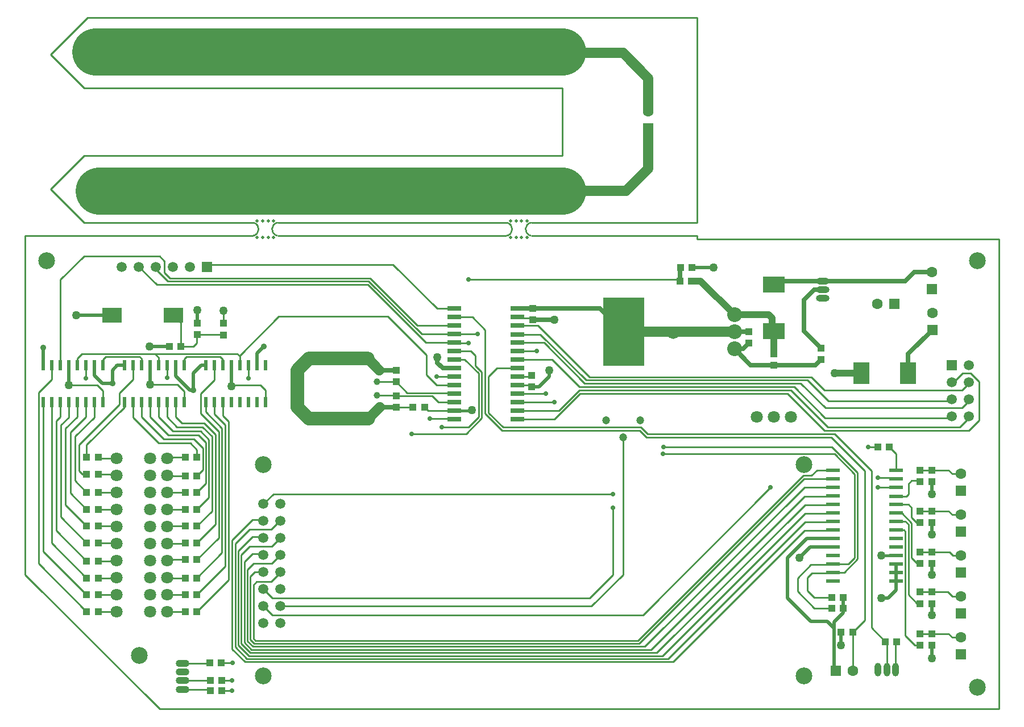
<source format=gtl>
%FSLAX25Y25*%
%MOIN*%
G70*
G01*
G75*
G04 Layer_Physical_Order=1*
G04 Layer_Color=255*
%ADD10R,0.03937X0.04331*%
%ADD11R,0.04331X0.03937*%
%ADD12R,0.11811X0.09055*%
%ADD13R,0.07874X0.02756*%
%ADD14R,0.09449X0.12992*%
%ADD15R,0.24016X0.40000*%
%ADD16R,0.12992X0.09449*%
%ADD17R,0.07874X0.02362*%
%ADD18R,0.02362X0.06102*%
%ADD19C,0.01000*%
%ADD20C,0.02756*%
%ADD21C,0.03937*%
%ADD22C,0.05906*%
%ADD23C,0.01969*%
%ADD24C,0.07874*%
%ADD25C,0.01575*%
%ADD26C,0.27559*%
%ADD27C,0.07087*%
%ADD28C,0.09843*%
%ADD29C,0.05906*%
%ADD30C,0.08661*%
%ADD31O,0.07874X0.03937*%
%ADD32O,0.07874X0.03937*%
%ADD33R,0.06299X0.06299*%
%ADD34C,0.06299*%
%ADD35R,0.06299X0.06299*%
%ADD36R,0.05906X0.05906*%
%ADD37C,0.04724*%
%ADD38C,0.01969*%
%ADD39R,0.05906X0.05906*%
%ADD40O,0.03937X0.07874*%
%ADD41O,0.07874X0.04331*%
%ADD42C,0.03937*%
%ADD43C,0.02756*%
%ADD44C,0.05000*%
%ADD45C,0.03543*%
%ADD46C,0.06693*%
D10*
X296850Y195669D02*
D03*
Y188976D02*
D03*
X297638Y228346D02*
D03*
Y235039D02*
D03*
X424213Y214567D02*
D03*
Y221260D02*
D03*
X466535Y211811D02*
D03*
Y205118D02*
D03*
X531496Y61811D02*
D03*
Y68504D02*
D03*
X531496Y37402D02*
D03*
Y44094D02*
D03*
X524409D02*
D03*
Y37402D02*
D03*
Y68504D02*
D03*
Y61811D02*
D03*
Y140157D02*
D03*
Y133465D02*
D03*
X531496Y133465D02*
D03*
Y140157D02*
D03*
Y109449D02*
D03*
Y116142D02*
D03*
X524409Y116142D02*
D03*
Y109449D02*
D03*
X531496Y85433D02*
D03*
Y92126D02*
D03*
X524409D02*
D03*
Y85433D02*
D03*
X217520Y176969D02*
D03*
Y183661D02*
D03*
X217520Y198622D02*
D03*
Y191929D02*
D03*
X438976Y201772D02*
D03*
Y208465D02*
D03*
X116142Y219488D02*
D03*
Y226181D02*
D03*
X100787Y219685D02*
D03*
Y226378D02*
D03*
D11*
X84646Y212598D02*
D03*
X91339D02*
D03*
X390748Y258858D02*
D03*
X384055D02*
D03*
X42717Y147638D02*
D03*
X36024D02*
D03*
X42717Y137795D02*
D03*
X36024D02*
D03*
X42717Y57087D02*
D03*
X36024D02*
D03*
X42717Y66929D02*
D03*
X36024D02*
D03*
X42717Y76772D02*
D03*
X36024D02*
D03*
X42717Y86614D02*
D03*
X36024D02*
D03*
X42717Y97441D02*
D03*
X36024D02*
D03*
X42717Y107283D02*
D03*
X36024D02*
D03*
X42717Y117126D02*
D03*
X36024D02*
D03*
X42717Y126969D02*
D03*
X36024D02*
D03*
X93898Y147638D02*
D03*
X100591D02*
D03*
X93898Y136811D02*
D03*
X100591D02*
D03*
X93898Y126969D02*
D03*
X100591D02*
D03*
X93898Y117126D02*
D03*
X100591D02*
D03*
X93898Y107283D02*
D03*
X100591D02*
D03*
X93898Y97441D02*
D03*
X100591D02*
D03*
X93898Y87598D02*
D03*
X100591D02*
D03*
X93898Y76772D02*
D03*
X100591D02*
D03*
X93898Y66929D02*
D03*
X100591D02*
D03*
X93898Y57087D02*
D03*
X100591D02*
D03*
X108661Y10630D02*
D03*
X115354D02*
D03*
X108661Y16535D02*
D03*
X115354D02*
D03*
X108268Y27165D02*
D03*
X114961D02*
D03*
X500000Y153543D02*
D03*
X506693D02*
D03*
X504331Y39370D02*
D03*
X511024D02*
D03*
X485039Y44882D02*
D03*
X478346D02*
D03*
X472835Y59055D02*
D03*
X479528D02*
D03*
X472835Y65354D02*
D03*
X479528D02*
D03*
X383858Y250984D02*
D03*
X390551D02*
D03*
X227362Y177165D02*
D03*
X234055D02*
D03*
D12*
X87008Y231102D02*
D03*
X50787D02*
D03*
D13*
X288583Y234921D02*
D03*
X251575D02*
D03*
Y169921D02*
D03*
Y189921D02*
D03*
Y219921D02*
D03*
Y214921D02*
D03*
Y204921D02*
D03*
Y179921D02*
D03*
Y184921D02*
D03*
Y194921D02*
D03*
Y209921D02*
D03*
Y199921D02*
D03*
Y224921D02*
D03*
Y174921D02*
D03*
Y229921D02*
D03*
X288583D02*
D03*
Y174921D02*
D03*
Y224921D02*
D03*
Y199921D02*
D03*
Y209921D02*
D03*
Y194921D02*
D03*
Y184921D02*
D03*
Y219646D02*
D03*
Y179921D02*
D03*
Y204921D02*
D03*
Y214921D02*
D03*
Y189921D02*
D03*
Y169921D02*
D03*
D14*
X490256Y196850D02*
D03*
X517618D02*
D03*
D15*
X350787Y221260D02*
D03*
D16*
X438976Y221555D02*
D03*
Y248917D02*
D03*
D17*
X510630Y75039D02*
D03*
Y95039D02*
D03*
Y120039D02*
D03*
Y110039D02*
D03*
Y85039D02*
D03*
Y124764D02*
D03*
Y90039D02*
D03*
Y100039D02*
D03*
Y115039D02*
D03*
Y105039D02*
D03*
Y130039D02*
D03*
Y80039D02*
D03*
Y135039D02*
D03*
X473622D02*
D03*
Y80039D02*
D03*
Y130039D02*
D03*
Y105039D02*
D03*
Y115039D02*
D03*
Y100039D02*
D03*
Y90039D02*
D03*
Y85039D02*
D03*
Y110039D02*
D03*
Y120039D02*
D03*
Y125039D02*
D03*
Y95039D02*
D03*
Y75039D02*
D03*
Y140039D02*
D03*
X510630D02*
D03*
D18*
X120728Y201575D02*
D03*
X125728D02*
D03*
X130728D02*
D03*
X135728D02*
D03*
X140728D02*
D03*
X115728D02*
D03*
X110728D02*
D03*
X105728D02*
D03*
Y179921D02*
D03*
X110728D02*
D03*
X115728D02*
D03*
X140728D02*
D03*
X135728D02*
D03*
X130728D02*
D03*
X125728D02*
D03*
X120728D02*
D03*
X73090Y201575D02*
D03*
X78091D02*
D03*
X83091D02*
D03*
X88090D02*
D03*
X93090D02*
D03*
X68090D02*
D03*
X63090D02*
D03*
X58091D02*
D03*
Y179921D02*
D03*
X63090D02*
D03*
X68090D02*
D03*
X93090D02*
D03*
X88090D02*
D03*
X83091D02*
D03*
X78091D02*
D03*
X73090D02*
D03*
X25453Y201575D02*
D03*
X30453D02*
D03*
X35453D02*
D03*
X40453D02*
D03*
X45453D02*
D03*
X20453D02*
D03*
X15453D02*
D03*
X10453D02*
D03*
Y179921D02*
D03*
X15453D02*
D03*
X20453D02*
D03*
X45453D02*
D03*
X40453D02*
D03*
X35453D02*
D03*
X30453D02*
D03*
X25453D02*
D03*
D19*
X43189Y147165D02*
X53543D01*
X42717Y137795D02*
X52913D01*
X42717Y126969D02*
X53347D01*
X42717Y117126D02*
X53504D01*
X42717Y107283D02*
X53425D01*
X42717Y97441D02*
X53268D01*
X42717Y86614D02*
X52992D01*
X42717Y76772D02*
X53150D01*
X42717Y66929D02*
X53386D01*
X42717Y57087D02*
X53543D01*
X83071D02*
X93898D01*
X83228Y66929D02*
X93898D01*
X83465Y76772D02*
X93898D01*
X83504Y87598D02*
X93898D01*
X83071Y97165D02*
X93622D01*
X83189Y107283D02*
X93898D01*
X83110Y117126D02*
X93898D01*
X83268Y126969D02*
X93898D01*
X83425Y136811D02*
X93898D01*
X83543Y147638D02*
X93898D01*
X15453Y193405D02*
Y201575D01*
X31496Y139764D02*
X33465Y137795D01*
X36024D01*
X63090Y193405D02*
Y201575D01*
X96850Y155905D02*
X100591Y152165D01*
Y147638D02*
Y152165D01*
X88090Y171358D02*
Y179921D01*
Y171358D02*
X91732Y167717D01*
X104724D01*
X83091Y171240D02*
Y179921D01*
Y171240D02*
X88976Y165354D01*
X103937D01*
X73090Y171398D02*
Y179921D01*
Y171398D02*
X83858Y160630D01*
X101575D01*
X68090Y171280D02*
Y179921D01*
Y171280D02*
X81102Y158268D01*
X98819D01*
X63090Y171161D02*
Y179921D01*
Y171161D02*
X78347Y155905D01*
X96850D01*
X78091Y171417D02*
Y179921D01*
Y171417D02*
X86516Y162992D01*
X102756D01*
X58091Y176988D02*
Y179921D01*
X36024Y147638D02*
Y154921D01*
X58091Y176988D01*
X10453Y92500D02*
X36024Y66929D01*
X10453Y92500D02*
Y179921D01*
X15453Y97342D02*
X36024Y76772D01*
X15453Y97342D02*
Y179921D01*
X29134Y133858D02*
X36024Y126969D01*
X26378Y126772D02*
X36024Y117126D01*
X23622Y119685D02*
X36024Y107283D01*
X20866Y112598D02*
X36024Y97441D01*
X18110Y104528D02*
X36024Y86614D01*
X18110Y104528D02*
Y168898D01*
X20453Y171240D01*
Y179921D01*
X20866Y112598D02*
Y166535D01*
X25453Y171122D01*
Y179921D01*
X23622Y119685D02*
Y164567D01*
X30453Y171398D01*
Y179921D01*
X26378Y126772D02*
Y162205D01*
X35453Y171280D01*
Y179921D01*
X29134Y133858D02*
Y159843D01*
X40453Y171161D01*
Y179921D01*
X31496Y139764D02*
Y155118D01*
X110728Y193012D02*
Y201575D01*
X105728Y174193D02*
Y179921D01*
X110728Y173130D02*
Y179921D01*
X115728Y172067D02*
Y179921D01*
X92126Y26772D02*
X107874D01*
X92126Y11417D02*
X107874D01*
X92126Y16535D02*
X108661D01*
X7874Y85236D02*
X36024Y57087D01*
X7874Y85236D02*
Y185827D01*
X15453Y193405D01*
X100591Y136811D02*
X104043Y140264D01*
Y153043D01*
X98819Y158268D02*
X104043Y153043D01*
X100591Y126969D02*
X105831Y132209D01*
Y156374D01*
X101575Y160630D02*
X105831Y156374D01*
X100591Y117126D02*
X107618Y124153D01*
Y158130D01*
X102756Y162992D02*
X107618Y158130D01*
X100591Y107283D02*
X109449Y116142D01*
Y159843D01*
X103937Y165354D02*
X109449Y159843D01*
X100591Y97441D02*
X111417Y108268D01*
Y161024D01*
X104724Y167717D02*
X111417Y161024D01*
X105728Y174193D02*
X115354Y164567D01*
X110728Y173130D02*
X117323Y166535D01*
X115728Y172067D02*
X119291Y168504D01*
X548189Y66142D02*
X548425Y65905D01*
X485039Y22598D02*
Y44882D01*
X462598Y59055D02*
X472835D01*
X113386Y100394D02*
Y162598D01*
X100591Y76772D02*
X115354Y91535D01*
Y164567D01*
X121260Y99055D02*
X133307Y111102D01*
X123047Y96839D02*
X131551Y105342D01*
X124835Y92630D02*
X133307Y101102D01*
X121260Y35039D02*
X128740Y27559D01*
X31496Y155118D02*
X55118Y178740D01*
Y185433D01*
X63090Y193405D01*
X102756Y173228D02*
X113386Y162598D01*
X102756Y173228D02*
Y185039D01*
X110728Y193012D01*
X126622Y90414D02*
X131551Y95342D01*
X128409Y86205D02*
X133307Y91102D01*
X457047Y119646D02*
X473228D01*
X457165Y114646D02*
X473228D01*
X457283Y109646D02*
X473228D01*
X457008Y104646D02*
X473228D01*
X456811Y130039D02*
X473622D01*
X123047Y36220D02*
X129921Y29346D01*
X124835Y37402D02*
X131102Y31134D01*
X126622Y38189D02*
X131890Y32921D01*
X129921Y29346D02*
X376984D01*
X131102Y31134D02*
X373654D01*
X131890Y32921D02*
X370323D01*
X128409Y38929D02*
X132630Y34709D01*
X366992D01*
X133445Y36516D02*
X363287D01*
X130197Y39764D02*
X133445Y36516D01*
X130197Y81772D02*
X133858Y85433D01*
X456693Y135039D02*
X473622D01*
X134185Y38303D02*
X359957D01*
X131984Y40504D02*
X134185Y38303D01*
X464055Y140039D02*
X473622D01*
X461024Y137008D02*
X464055Y140039D01*
X456134Y137008D02*
X461024D01*
X134926Y40091D02*
X359216D01*
X133772Y41245D02*
X134926Y40091D01*
X133307Y111102D02*
X138819D01*
X139606Y110315D01*
X131551Y105342D02*
X144319D01*
X149291Y110315D01*
X149606D01*
X133307Y101102D02*
X138819D01*
X131551Y95342D02*
X144634D01*
X149606Y100315D01*
X133307Y91102D02*
X138819D01*
X133858Y85433D02*
X144488D01*
X149370Y90315D01*
X144240Y74555D02*
X149606Y79921D01*
X523228Y132283D02*
X524409Y133465D01*
X524016Y37795D02*
X524409Y37402D01*
X521654D02*
X524409D01*
X510630Y105039D02*
X515039D01*
X510630Y110039D02*
X515945D01*
X517717Y108268D01*
X515039Y105039D02*
X515929Y104150D01*
X522835Y85433D02*
X524409D01*
X519685Y88583D02*
X522835Y85433D01*
X522441Y109449D02*
X524409D01*
X510669Y120079D02*
X517717D01*
X519685Y112205D02*
X522441Y109449D01*
X519685Y88583D02*
Y109055D01*
X513701Y115039D02*
X519685Y109055D01*
X510630Y115039D02*
X513701D01*
X519685Y112205D02*
Y118110D01*
X517717Y120079D02*
X519685Y118110D01*
X524016Y133858D02*
X524409Y133465D01*
X519685Y133858D02*
X524016D01*
X517717Y131890D02*
X519685Y133858D01*
X517717Y125984D02*
Y131890D01*
X516496Y124764D02*
X517717Y125984D01*
X510630Y124764D02*
X516496D01*
X524409Y140157D02*
X531496D01*
X531496Y140157D01*
X541339D01*
X543543Y137953D01*
X548425D01*
X524409Y116142D02*
X531496D01*
X531496Y116142D01*
X541339D01*
X543543Y113937D01*
X548425D01*
X524409Y92126D02*
X531496D01*
X541732D01*
X543937Y89921D01*
X548425D01*
X524409Y68504D02*
X531496D01*
X540945D01*
X543543Y65905D01*
X548425D01*
X524409Y44094D02*
X531496D01*
X541339D01*
X543543Y41890D01*
X548425D01*
X505118Y22835D02*
Y39370D01*
X510630Y140039D02*
Y149606D01*
X506693Y153543D02*
X510630Y149606D01*
X494095Y153543D02*
X500000D01*
X547874Y165354D02*
X553799Y171280D01*
X288583Y204921D02*
X308858D01*
X324803Y188976D01*
X450787D01*
X288583Y174921D02*
X312717D01*
X324803Y187008D01*
X328740Y192913D02*
X458661D01*
X302008Y219646D02*
X328740Y192913D01*
X288583Y219646D02*
X302008D01*
X549067Y176547D02*
X553799Y181280D01*
X304205Y214921D02*
X328000Y191126D01*
X288583Y214921D02*
X304205D01*
X328000Y191126D02*
X454543D01*
X330890Y194701D02*
X460811D01*
X300697Y224894D02*
X330890Y194701D01*
X288610Y224894D02*
X300697D01*
X288583Y224921D02*
X288610Y224894D01*
X324803Y187008D02*
X448819D01*
X459646Y172244D02*
X468504Y163386D01*
X446850Y185039D02*
X459646Y172244D01*
X325362Y185039D02*
X446850D01*
X310244Y169921D02*
X325362Y185039D01*
X288583Y169921D02*
X310244D01*
X279528Y163386D02*
X360236D01*
X269685Y173228D02*
X279528Y163386D01*
X269685Y173228D02*
Y222441D01*
X262205Y229921D02*
X269685Y222441D01*
X251575Y229921D02*
X262205D01*
X271654Y173788D02*
X280087Y165354D01*
X271654Y173788D02*
Y194882D01*
X276693Y199921D01*
X288583D01*
X114961Y27165D02*
X121653D01*
X115354Y16535D02*
X121260D01*
X115354Y10630D02*
X121260D01*
X251575Y209921D02*
X261102D01*
X263779Y207244D01*
X251575Y204921D02*
X257677D01*
X280087Y165354D02*
X360795D01*
X100591Y87598D02*
X113386Y100394D01*
X134646Y80315D02*
X139606D01*
X135579Y74555D02*
X144240D01*
X131984Y77653D02*
X134646Y80315D01*
X133772Y72748D02*
X135579Y74555D01*
X100591Y66929D02*
X117323Y83661D01*
Y166535D01*
X100591Y57087D02*
X119291Y75787D01*
Y168504D01*
X121260Y35039D02*
Y99055D01*
X123047Y36220D02*
Y96839D01*
X124835Y37402D02*
Y92630D01*
X126622Y38189D02*
Y90414D01*
X128409Y38929D02*
Y86205D01*
X130197Y39764D02*
Y81772D01*
X131984Y40504D02*
Y77653D01*
X133772Y41245D02*
Y72748D01*
X149606Y60315D02*
X331968D01*
X456929Y124646D02*
X473228D01*
X128740Y27559D02*
X379921D01*
X350394Y78740D02*
Y159272D01*
X458661Y77165D02*
X461142Y79646D01*
X458661Y69291D02*
Y77165D01*
Y69291D02*
X462598Y65354D01*
X472835D01*
X452756Y68898D02*
X462598Y59055D01*
X452756Y68898D02*
Y76772D01*
X460630Y84646D01*
X331968Y60315D02*
X350394Y78740D01*
X139606Y60315D02*
X144803Y55118D01*
X139606Y70315D02*
X144961Y64961D01*
X379921Y27559D02*
X457008Y104646D01*
X376984Y29346D02*
X457283Y109646D01*
X373654Y31134D02*
X457165Y114646D01*
X370323Y32921D02*
X457047Y119646D01*
X366992Y34709D02*
X456929Y124646D01*
X363287Y36516D02*
X456811Y130039D01*
X359957Y38303D02*
X456693Y135039D01*
X359216Y40091D02*
X456134Y137008D01*
X144803Y55118D02*
X362205D01*
X437008Y129921D01*
X144961Y64961D02*
X330709D01*
X344488Y78740D01*
Y118110D01*
X510512Y129921D02*
X510630Y130039D01*
X500000Y129921D02*
X510512D01*
X509842Y135827D02*
X510630Y135039D01*
X500000Y135827D02*
X509842D01*
X496063Y47638D02*
X504331Y39370D01*
X496063Y47638D02*
Y139764D01*
X485039Y44882D02*
X492126Y51968D01*
X473622Y85039D02*
X482677D01*
X486221Y88583D01*
Y137795D01*
X460630Y84646D02*
X473622D01*
X488008Y87842D02*
Y138536D01*
X461142Y79646D02*
X473622D01*
X474409Y149606D02*
X486221Y137795D01*
X492126Y51968D02*
Y139764D01*
X468504Y163386D02*
X553150D01*
X448819Y187008D02*
X470472Y165354D01*
X547874D01*
X360795D02*
X364733Y161417D01*
X474409D01*
X496063Y139764D01*
X360236Y163386D02*
X364173Y159449D01*
X472441D01*
X492126Y139764D01*
X374197Y153543D02*
X473000D01*
X488008Y138536D01*
X473622Y80039D02*
X480315D01*
Y80149D01*
X488008Y87842D01*
X374016Y149606D02*
X474409D01*
X288583Y184921D02*
X288701Y185039D01*
X288583Y179921D02*
X288779Y180118D01*
X288701Y185039D02*
X305118D01*
X438976Y248917D02*
X441122Y251063D01*
X206299Y184055D02*
X217126D01*
X206299Y191929D02*
X217520D01*
X288583Y194921D02*
X296102D01*
X288583Y189921D02*
X295905D01*
X242323Y179921D02*
X251575D01*
X238583Y183661D02*
X242323Y179921D01*
X217520Y183661D02*
X238583D01*
X251575Y184921D02*
Y185449D01*
X217520Y191929D02*
X224000Y185449D01*
X251575D01*
X236299Y174921D02*
X251575D01*
X234055Y177165D02*
X236299Y174921D01*
X217717Y177165D02*
X227362D01*
X241457Y234921D02*
X251575D01*
X215551Y260827D02*
X241457Y234921D01*
X108071Y260827D02*
X215551D01*
X106693Y259449D02*
X108071Y260827D01*
X76693Y257953D02*
Y259449D01*
X234882Y214921D02*
X251575D01*
X232410Y219921D02*
X251575D01*
X201347Y250984D02*
X232410Y219921D01*
X76693Y257953D02*
X83661Y250984D01*
X201347D01*
X66693Y259449D02*
X77126Y249016D01*
X200787D01*
X234882Y214921D01*
X229937Y224921D02*
X251575D01*
X202087Y252772D02*
X229937Y224921D01*
X84827Y252772D02*
X202087D01*
X81693Y255906D02*
X84827Y252772D01*
X81693Y255906D02*
Y262795D01*
X78740Y265748D02*
X81693Y262795D01*
X34449Y265748D02*
X78740D01*
X20669Y251969D02*
X34449Y265748D01*
X20669Y201791D02*
Y251969D01*
X20453Y201575D02*
X20669Y201791D01*
X30453Y201575D02*
Y205650D01*
X45453Y204902D02*
X47244Y206693D01*
X45453Y201575D02*
Y204902D01*
X47244Y206693D02*
X66929D01*
X68090Y205532D01*
Y201575D02*
Y205532D01*
X30453Y205650D02*
X33283Y208480D01*
X75968D01*
X78091Y206358D01*
Y201575D02*
Y206358D01*
X93090Y201575D02*
Y205295D01*
X94488Y206693D01*
X114173D01*
X115728Y205138D01*
Y201575D02*
Y205138D01*
X75968Y208480D02*
X124197D01*
X125728Y206949D01*
Y201575D02*
Y206949D01*
X83091Y194311D02*
Y201575D01*
X130728Y194075D02*
Y201575D01*
X35453Y193917D02*
Y201575D01*
X91339Y212598D02*
X98425D01*
X100394Y214567D01*
Y219291D01*
X91339Y212598D02*
Y226772D01*
X87008Y231102D02*
X91339Y226772D01*
X100394Y219291D02*
X100787Y219685D01*
X116142D01*
X115945D02*
X116142Y219488D01*
X241181Y194921D02*
X251575D01*
X241181Y189921D02*
X251575D01*
X235236Y195866D02*
X241181Y189921D01*
X235236Y195866D02*
Y207677D01*
X125728Y206949D02*
Y207421D01*
X148622Y230315D01*
X212598D01*
X235236Y207677D01*
X288583Y209921D02*
X299921D01*
X288583Y229921D02*
X289173Y229331D01*
X297638D01*
X45453Y179921D02*
Y186831D01*
X42323Y189961D02*
X45453Y186831D01*
X25453Y189961D02*
X42323D01*
X120728Y189311D02*
X121339Y189921D01*
X137835D01*
X140728Y187028D01*
Y179921D02*
Y187028D01*
X251220Y170276D02*
X251575Y169921D01*
X237205Y170276D02*
X251220D01*
X139606Y120315D02*
X145669Y125984D01*
X344488D01*
X288779Y180118D02*
X310039D01*
X116142Y226181D02*
Y233661D01*
X93090Y179921D02*
Y186437D01*
X510354Y22835D02*
Y39370D01*
X257677Y204921D02*
X265748Y196850D01*
X263779Y201347D02*
X267535Y197591D01*
X263779Y201347D02*
Y207244D01*
X244094Y165354D02*
X259842D01*
X265748Y171260D01*
Y196850D01*
X258433Y161417D02*
X267535Y170519D01*
Y197591D01*
X261535Y174921D02*
X261811Y175197D01*
X226378Y161417D02*
X258433D01*
X450787Y188976D02*
X468976Y170787D01*
X543307D01*
X454543Y191126D02*
X469122Y176547D01*
X458661Y192913D02*
X470787Y180787D01*
X469122Y176547D02*
X549067D01*
X470787Y180787D02*
X543307D01*
X251575Y214921D02*
X251929Y214567D01*
X259842D01*
X382874Y251969D02*
X383858Y250984D01*
X259842Y251969D02*
X382874D01*
X251575Y219921D02*
X265197D01*
X73090Y190217D02*
X89311D01*
X93090Y186437D01*
X517717Y66929D02*
X522835Y61811D01*
X517717Y66929D02*
Y108268D01*
X515898Y54718D02*
X515929Y54750D01*
Y104150D01*
X515898Y43158D02*
Y54718D01*
Y43158D02*
X521654Y37402D01*
X543799Y191279D02*
X549370Y196850D01*
X554225D01*
X460811Y194701D02*
X468504Y187008D01*
X549213D01*
X553150Y163386D02*
X559055Y169291D01*
Y192020D01*
X554225Y196850D02*
X559055Y192020D01*
X549213Y187008D02*
X552992Y190787D01*
X553307D01*
X282044Y277593D02*
G03*
X282549Y285299I-514J3903D01*
G01*
X296764Y285399D02*
G03*
X296259Y277693I514J-3903D01*
G01*
X148108Y285399D02*
G03*
X147603Y277693I514J-3903D01*
G01*
X133388Y277593D02*
G03*
X133893Y285299I-514J3903D01*
G01*
X148108Y277593D02*
X282010D01*
X148108Y285399D02*
X282456D01*
X-0Y277559D02*
X34Y277593D01*
X133388D01*
X34449Y285433D02*
X133800D01*
X14764Y305118D02*
X34449Y285433D01*
X14764Y305118D02*
X34449Y324803D01*
X314961D01*
Y364173D01*
X34449D02*
X314961D01*
X14764Y383858D02*
X34449Y364173D01*
X14764Y383858D02*
X36417Y405512D01*
X393701D01*
Y285433D02*
Y405512D01*
X393667Y285399D02*
X393701Y285433D01*
X296730Y285399D02*
X393667D01*
X296730Y277593D02*
X393667D01*
X393701Y277559D01*
Y275590D02*
Y277559D01*
Y275590D02*
X570866D01*
X570866Y275590D01*
Y0D02*
Y275590D01*
X78740Y0D02*
X570866D01*
X-0Y78740D02*
X78740Y0D01*
X-0Y78740D02*
Y277559D01*
D20*
X441122Y251063D02*
X467520D01*
X517618Y208169D02*
X531890Y222441D01*
X517618Y196850D02*
Y208169D01*
X467520Y251063D02*
X515827D01*
X521220Y256457D01*
X531496D01*
X297638Y235039D02*
X337008D01*
X350787Y221260D01*
X288583Y234921D02*
X297520D01*
X297638Y235039D01*
X383858Y250984D02*
Y258661D01*
X415748Y211260D02*
X425236Y201772D01*
X438976D01*
X415748Y221260D02*
X424213D01*
X415748Y211260D02*
X420905D01*
X424213Y214567D01*
X463189Y201772D02*
X466535Y205118D01*
X438976Y201772D02*
X463189D01*
X462598Y246063D02*
X467520D01*
X244764Y199921D02*
X251575D01*
X241535Y203150D02*
X244764Y199921D01*
X241535Y203150D02*
Y206299D01*
X297638Y228346D02*
X310039D01*
X207677Y198819D02*
X217323D01*
X207874Y176969D02*
X217520D01*
X456693Y221654D02*
X466535Y211811D01*
X456693Y221654D02*
Y240158D01*
X462598Y246063D01*
D21*
X438976Y208465D02*
Y221555D01*
X415787Y231299D02*
X436024D01*
X415748Y231260D02*
X415787Y231299D01*
X396024Y250984D02*
X415748Y231260D01*
X390551Y250984D02*
X396024D01*
X437992Y222539D02*
X438976Y221555D01*
X437992Y222539D02*
Y229331D01*
X436024Y231299D02*
X437992Y229331D01*
X474409Y196850D02*
X490256D01*
D22*
X350787Y221260D02*
X415748D01*
X200787Y205709D02*
X207677Y198819D01*
X201181Y170276D02*
X207874Y176969D01*
X350394Y384842D02*
X365158Y370079D01*
X314961Y384842D02*
X350394D01*
X314961Y304134D02*
X352362D01*
X365158Y316929D01*
Y340551D01*
Y350551D02*
Y370079D01*
D23*
X295905Y189921D02*
X296850Y188976D01*
X100787Y226378D02*
Y233858D01*
X73090Y190217D02*
Y201575D01*
X120728Y189311D02*
Y201575D01*
X479528Y59055D02*
Y65354D01*
X510630Y80039D02*
Y85039D01*
Y75039D02*
Y80039D01*
X460197Y95039D02*
X473622D01*
X453740Y88583D02*
X460197Y95039D01*
X390748Y258858D02*
X403543D01*
X29724Y231102D02*
X50787D01*
X72835Y212598D02*
X84646D01*
X25453Y189961D02*
Y201575D01*
X10453D02*
Y211988D01*
X40453Y195768D02*
Y201575D01*
X135728Y201575D02*
X135827Y201673D01*
Y208661D01*
X139764Y212598D01*
X40453Y195768D02*
X45276Y190945D01*
X51181D01*
Y198819D01*
X53937Y201575D01*
X58091D01*
X103150D02*
X105728D01*
X479528Y56299D02*
Y59055D01*
X478346Y37402D02*
Y44882D01*
X474075Y23563D02*
X475197Y22441D01*
X474075Y50846D02*
X479528Y56299D01*
X458307Y100039D02*
X473622D01*
X470138Y51181D02*
X474075Y47244D01*
X460630Y51181D02*
X470138D01*
X446850Y64961D02*
X460630Y51181D01*
X446850Y64961D02*
Y88583D01*
X474075Y23563D02*
Y47244D01*
Y50846D01*
X446850Y88583D02*
X458307Y100039D01*
X296850Y188976D02*
X301181D01*
X307087Y194882D01*
Y198819D01*
X88090Y195374D02*
Y201575D01*
Y195374D02*
X96457Y187008D01*
X98425D01*
Y196850D01*
X103150Y201575D01*
X501968Y64961D02*
X505905D01*
X510630Y69685D01*
Y75039D01*
X531496Y55118D02*
Y61811D01*
X531496Y125984D02*
Y133465D01*
Y102362D02*
Y109449D01*
Y78740D02*
Y85433D01*
Y29528D02*
Y37402D01*
D24*
X159449Y198819D02*
X166339Y205709D01*
X200787D01*
X159449Y177165D02*
X166339Y170276D01*
X201181D01*
X159449Y177165D02*
Y198819D01*
D25*
X251575Y174921D02*
X261535D01*
X501968Y90039D02*
X510630D01*
D26*
X41339Y385827D02*
X314961D01*
X43307Y304134D02*
X314961D01*
D27*
X53543Y57087D02*
D03*
Y67087D02*
D03*
Y77165D02*
D03*
Y87165D02*
D03*
Y117165D02*
D03*
Y127165D02*
D03*
Y97165D02*
D03*
Y107165D02*
D03*
Y137165D02*
D03*
Y147165D02*
D03*
X83071Y57087D02*
D03*
Y67087D02*
D03*
Y77165D02*
D03*
Y87165D02*
D03*
Y117165D02*
D03*
Y127165D02*
D03*
Y97165D02*
D03*
Y107165D02*
D03*
Y137165D02*
D03*
Y147165D02*
D03*
X73228D02*
D03*
Y137165D02*
D03*
Y107165D02*
D03*
Y97165D02*
D03*
Y127165D02*
D03*
Y117165D02*
D03*
Y87165D02*
D03*
Y77165D02*
D03*
Y67087D02*
D03*
Y57087D02*
D03*
X438976Y171260D02*
D03*
X428976D02*
D03*
X448976D02*
D03*
D28*
X139606Y19291D02*
D03*
X456535D02*
D03*
Y143307D02*
D03*
X139606D02*
D03*
X558268Y12598D02*
D03*
Y262992D02*
D03*
X12598D02*
D03*
X66929Y31496D02*
D03*
D29*
X149606Y120315D02*
D03*
Y110315D02*
D03*
X139606Y60315D02*
D03*
Y70315D02*
D03*
Y80315D02*
D03*
Y90315D02*
D03*
Y50315D02*
D03*
Y110315D02*
D03*
Y120315D02*
D03*
Y100315D02*
D03*
X149606D02*
D03*
Y90315D02*
D03*
Y80315D02*
D03*
Y70315D02*
D03*
Y60315D02*
D03*
Y50315D02*
D03*
X56693Y259449D02*
D03*
X66693D02*
D03*
X76693D02*
D03*
X86693D02*
D03*
X96693D02*
D03*
X553307Y201772D02*
D03*
X543307Y191772D02*
D03*
X553307D02*
D03*
X543307Y181772D02*
D03*
X553307D02*
D03*
X543307Y171772D02*
D03*
X553307D02*
D03*
D30*
X415748Y221260D02*
D03*
Y231260D02*
D03*
Y211260D02*
D03*
D31*
X467520Y241063D02*
D03*
Y246063D02*
D03*
D32*
Y251063D02*
D03*
D33*
X548425Y127953D02*
D03*
Y103937D02*
D03*
Y79921D02*
D03*
X548425Y31890D02*
D03*
Y55905D02*
D03*
X531496Y246457D02*
D03*
X531890Y222441D02*
D03*
X365158Y340551D02*
D03*
D34*
X548425Y137953D02*
D03*
Y113937D02*
D03*
Y89921D02*
D03*
X548425Y41890D02*
D03*
Y65905D02*
D03*
X485197Y22441D02*
D03*
X499449Y237795D02*
D03*
X531496Y256457D02*
D03*
X531890Y232441D02*
D03*
X365158Y350551D02*
D03*
D35*
X475197Y22441D02*
D03*
X509449Y237795D02*
D03*
D36*
X106693Y259449D02*
D03*
D37*
X340394Y169272D02*
D03*
X350394Y159272D02*
D03*
X360394Y169272D02*
D03*
D38*
X145669Y286417D02*
D03*
X142388D02*
D03*
X139108D02*
D03*
X135827D02*
D03*
Y276575D02*
D03*
X139108D02*
D03*
X142388D02*
D03*
X145669D02*
D03*
X294291D02*
D03*
X291010D02*
D03*
X287730D02*
D03*
X284449D02*
D03*
Y286417D02*
D03*
X287730D02*
D03*
X291010D02*
D03*
X294291D02*
D03*
D39*
X543307Y201772D02*
D03*
D40*
X510354Y22835D02*
D03*
X505118D02*
D03*
X499882D02*
D03*
D41*
X92126Y26772D02*
D03*
Y21654D02*
D03*
Y16535D02*
D03*
Y11417D02*
D03*
D42*
X206299Y191929D02*
D03*
Y184055D02*
D03*
D43*
X494095Y153543D02*
D03*
X121653Y27165D02*
D03*
X121260Y16535D02*
D03*
Y10630D02*
D03*
X437008Y129921D02*
D03*
X344488Y118110D02*
D03*
Y125984D02*
D03*
X500000Y129921D02*
D03*
Y135827D02*
D03*
X374197Y153543D02*
D03*
X374016Y149606D02*
D03*
X305118Y185039D02*
D03*
X83091Y194311D02*
D03*
X35453Y193917D02*
D03*
X130728Y194075D02*
D03*
X241181Y194921D02*
D03*
X299921Y209921D02*
D03*
X226378Y161417D02*
D03*
X244094Y165354D02*
D03*
X237205Y170276D02*
D03*
X310039Y180118D02*
D03*
X259842Y214567D02*
D03*
Y251969D02*
D03*
X265197Y219921D02*
D03*
X456693Y240158D02*
D03*
D44*
X100787Y233858D02*
D03*
X241535Y206299D02*
D03*
X310039Y228346D02*
D03*
X73090Y190217D02*
D03*
X120728Y189311D02*
D03*
X25453Y189961D02*
D03*
X453740Y88583D02*
D03*
X403543Y258858D02*
D03*
X29724Y231102D02*
D03*
X72835Y212598D02*
D03*
X116142Y233661D02*
D03*
X478346Y37402D02*
D03*
X261811Y175197D02*
D03*
X307087Y198819D02*
D03*
X192913Y171260D02*
D03*
X173228D02*
D03*
X171260Y206693D02*
D03*
X192913D02*
D03*
X159449Y188976D02*
D03*
X474409Y196850D02*
D03*
X501968Y64961D02*
D03*
X531496Y29528D02*
D03*
X531496Y55118D02*
D03*
X531496Y78740D02*
D03*
Y102362D02*
D03*
Y125984D02*
D03*
X501968Y90039D02*
D03*
D45*
X10453Y211988D02*
D03*
X139764Y212598D02*
D03*
X51181Y190945D02*
D03*
X98425Y187008D02*
D03*
D46*
X379921Y220472D02*
D03*
M02*

</source>
